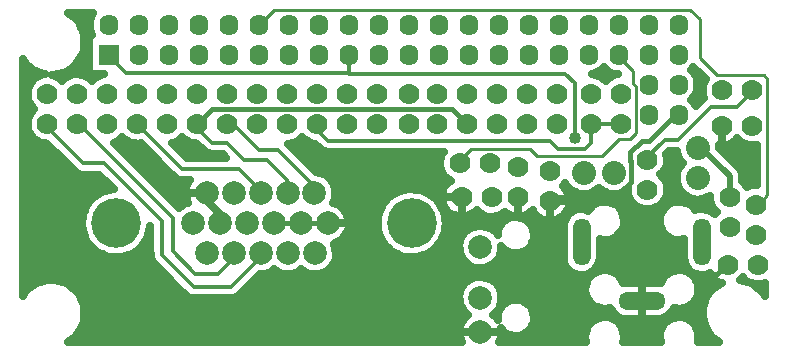
<source format=gbl>
G04 DipTrace 2.4.0.2*
%INAV_Bottom.GBL*%
%MOIN*%
%ADD14C,0.01*%
%ADD15C,0.0197*%
%ADD16C,0.0157*%
%ADD17C,0.0138*%
%ADD18C,0.026*%
%ADD19C,0.025*%
%ADD20C,0.08*%
%ADD21C,0.07*%
%ADD22C,0.0787*%
%ADD23C,0.1654*%
%ADD24C,0.0787*%
%ADD25O,0.0591X0.1575*%
%ADD26O,0.1575X0.0591*%
%ADD27R,0.0709X0.0709*%
%ADD28O,0.063X0.0709*%
%ADD29C,0.04*%
%FSLAX44Y44*%
G04*
G70*
G90*
G75*
G01*
%LNBottom*%
%LPD*%
X12392Y18942D2*
D17*
X12267D1*
X13579Y17630D1*
X14267D1*
X16204Y15692D1*
Y14567D1*
X17267Y13505D1*
X18517D1*
X19642Y14630D1*
X19508D1*
X13392Y18942D2*
X13454D1*
X16579Y15817D1*
Y14692D1*
X17329Y13942D1*
X18079D1*
X18767Y14630D1*
X18606D1*
X32394Y17755D2*
X32268Y17630D1*
X32186D1*
X32971Y18415D1*
X33428D1*
X34519Y19505D1*
X35394D1*
X35894Y20005D1*
Y20068D1*
X14437Y21255D2*
Y21203D1*
X15011Y20630D1*
X22454D1*
Y21255D1*
X22437D1*
X22454D2*
Y20613D1*
X29658D1*
X29965Y20307D1*
Y18467D1*
X21744Y15630D2*
D16*
X20847D1*
X19949D1*
X35082Y14255D2*
X35019D1*
X34394Y13630D1*
X34082D1*
X33582Y14130D1*
X30706D1*
X30144Y13567D1*
X29519D1*
X29081Y14005D1*
Y16318D1*
X29144Y16380D1*
X33437Y19255D2*
X33327D1*
X32453Y18380D1*
X32206D1*
X31831Y18005D1*
Y17692D1*
X31843Y17704D1*
Y17018D1*
X31329Y16505D1*
X29269D1*
X29144Y16380D1*
X18154Y15630D2*
D18*
Y15932D1*
X17456Y16630D1*
X17705D1*
X34082Y18130D2*
D15*
Y18255D1*
X35144Y17193D1*
Y16505D1*
X36019Y16255D2*
D14*
X36082D1*
X36394Y16568D1*
Y20443D1*
X36269Y20568D1*
X34707D1*
X34142Y21133D1*
Y22442D1*
X33829Y22755D1*
X19937D1*
X19437Y22255D1*
X26143Y17630D2*
X26206D1*
X26143Y17693D1*
Y17744D1*
X26500Y18101D1*
X28485D1*
X28706Y17880D1*
X30894D1*
X31456Y18442D1*
X31817D1*
X32008Y18633D1*
Y20203D1*
X31929Y20282D1*
Y20703D1*
X31378Y21255D1*
X31437D1*
X15392Y18942D2*
D17*
X16891Y17443D1*
X18768D1*
X19580Y16630D1*
X19500D1*
X17392Y18942D2*
D16*
X17892Y19442D1*
X25892D1*
X26392Y18942D1*
X17392D2*
D17*
Y18819D1*
X17892Y18318D1*
X18392D1*
X18955Y17755D1*
X19705D1*
X20393Y17068D1*
Y16635D1*
X20398Y16630D1*
X18392Y18942D2*
Y19131D1*
X19455Y18068D1*
X20080D1*
X21268Y16880D1*
Y16630D1*
X21295D1*
X31517Y18942D2*
X30704D1*
X30517Y18755D1*
Y18316D1*
X30302Y18101D1*
X29423D1*
X29136Y18388D1*
X21758D1*
X21392Y18755D1*
Y18942D1*
D29*
X29965Y18467D3*
X13294Y22507D2*
D19*
X13826D1*
X13497Y22259D2*
X13791D1*
X13606Y22010D2*
X13826D1*
X13653Y21761D2*
X13751D1*
X13641Y21512D2*
X13748D1*
X13571Y21264D2*
X13751D1*
X13426Y21015D2*
X13751D1*
X11591Y20766D2*
X11876D1*
X13165D2*
X13751D1*
X30895D2*
X30979D1*
X33895D2*
X33979D1*
X11591Y20518D2*
X12048D1*
X12735D2*
X13048D1*
X13735D2*
X14048D1*
X30860D2*
X31173D1*
X34044D2*
X34224D1*
X11591Y20269D2*
X11794D1*
X34087D2*
X34244D1*
X11591Y20020D2*
X11712D1*
X34055D2*
X34212D1*
X11591Y19772D2*
X11732D1*
X33899D2*
X34228D1*
X11591Y19523D2*
X11861D1*
X11591Y19274D2*
X11798D1*
X11591Y19026D2*
X11712D1*
X11591Y18777D2*
X11728D1*
X11591Y18528D2*
X11857D1*
X11591Y18280D2*
X12373D1*
X14676D2*
X15498D1*
X16614D2*
X17373D1*
X20426D2*
X21310D1*
X35188D2*
X35599D1*
X11591Y18031D2*
X12619D1*
X14923D2*
X15744D1*
X16860D2*
X17623D1*
X20676D2*
X21615D1*
X33145D2*
X33357D1*
X34907D2*
X36013D1*
X11591Y17782D2*
X12869D1*
X15173D2*
X15994D1*
X20923D2*
X25478D1*
X33075D2*
X33439D1*
X35153D2*
X36013D1*
X11591Y17533D2*
X13119D1*
X15423D2*
X16244D1*
X21173D2*
X25466D1*
X33040D2*
X33474D1*
X35403D2*
X36013D1*
X11591Y17285D2*
X13400D1*
X15669D2*
X16490D1*
X21571D2*
X25560D1*
X32880D2*
X33365D1*
X35567D2*
X36013D1*
X11591Y17036D2*
X14302D1*
X15919D2*
X17107D1*
X21891D2*
X25791D1*
X33012D2*
X33353D1*
X35575D2*
X36013D1*
X11591Y16787D2*
X14552D1*
X16169D2*
X16998D1*
X22005D2*
X25587D1*
X29684D2*
X29770D1*
X33075D2*
X33439D1*
X11591Y16539D2*
X13986D1*
X16415D2*
X16986D1*
X22016D2*
X23826D1*
X25235D2*
X25525D1*
X29805D2*
X31748D1*
X33040D2*
X33669D1*
X11591Y16290D2*
X13740D1*
X16665D2*
X16990D1*
X22009D2*
X23584D1*
X25481D2*
X25559D1*
X29821D2*
X30662D1*
X31282D2*
X31904D1*
X32884D2*
X33142D1*
X33762D2*
X34498D1*
X11591Y16041D2*
X13607D1*
X22337D2*
X23451D1*
X25614D2*
X25710D1*
X29731D2*
X29918D1*
X31551D2*
X32876D1*
X34505D2*
X34655D1*
X11591Y15793D2*
X13541D1*
X22454D2*
X23384D1*
X25680D2*
X27759D1*
X28262D2*
X28822D1*
X29466D2*
X29654D1*
X31634D2*
X32791D1*
X11591Y15544D2*
X13533D1*
X22466D2*
X23376D1*
X25688D2*
X27470D1*
X28551D2*
X29580D1*
X31618D2*
X32806D1*
X11591Y15295D2*
X13580D1*
X22387D2*
X23423D1*
X25641D2*
X26271D1*
X28634D2*
X29576D1*
X31485D2*
X32939D1*
X11591Y15047D2*
X13689D1*
X15688D2*
X15802D1*
X22161D2*
X23533D1*
X25532D2*
X26134D1*
X28610D2*
X29576D1*
X30833D2*
X33591D1*
X11591Y14798D2*
X13892D1*
X15485D2*
X15802D1*
X22016D2*
X23736D1*
X25329D2*
X26103D1*
X28454D2*
X29576D1*
X30833D2*
X33591D1*
X11591Y14549D2*
X14318D1*
X15059D2*
X15802D1*
X22032D2*
X24162D1*
X24903D2*
X26166D1*
X27493D2*
X29576D1*
X30833D2*
X33591D1*
X11591Y14300D2*
X15912D1*
X21958D2*
X26353D1*
X27305D2*
X29615D1*
X30794D2*
X33630D1*
X11591Y14052D2*
X16162D1*
X21735D2*
X29791D1*
X30618D2*
X30786D1*
X31157D2*
X33267D1*
X33637D2*
X33806D1*
X11591Y13803D2*
X16412D1*
X19372D2*
X26556D1*
X27102D2*
X30423D1*
X31520D2*
X32904D1*
X34001D2*
X34580D1*
X11591Y13554D2*
X11876D1*
X13165D2*
X16658D1*
X19126D2*
X26232D1*
X27426D2*
X30318D1*
X34106D2*
X34709D1*
X35997D2*
X36283D1*
X13426Y13306D2*
X16908D1*
X18876D2*
X26123D1*
X27536D2*
X30318D1*
X34106D2*
X34447D1*
X13571Y13057D2*
X26107D1*
X27551D2*
X27818D1*
X28200D2*
X30423D1*
X34001D2*
X34302D1*
X13641Y12808D2*
X26189D1*
X28540D2*
X30783D1*
X33641D2*
X34232D1*
X13653Y12560D2*
X26376D1*
X27282D2*
X27389D1*
X28634D2*
X31326D1*
X33098D2*
X34220D1*
X13606Y12311D2*
X26173D1*
X28614D2*
X30494D1*
X31450D2*
X32974D1*
X33930D2*
X34267D1*
X13497Y12062D2*
X26103D1*
X28473D2*
X30337D1*
X31606D2*
X32818D1*
X34087D2*
X34376D1*
X13294Y11814D2*
X26130D1*
X27528D2*
X30306D1*
X31637D2*
X32787D1*
X34118D2*
X34580D1*
X33583Y17631D2*
X33527Y17690D1*
X33458Y17794D1*
X33409Y17909D1*
X33380Y18035D1*
X33128Y18037D1*
X33025Y17935D1*
X33052Y17766D1*
X33040Y17631D1*
X33005Y17511D1*
X32948Y17400D1*
X32871Y17302D1*
X32821Y17258D1*
X32942Y17119D1*
X33001Y17009D1*
X33038Y16890D1*
X33052Y16755D1*
X33040Y16631D1*
X33005Y16511D1*
X32948Y16400D1*
X32871Y16302D1*
X32777Y16220D1*
X32669Y16157D1*
X32551Y16116D1*
X32428Y16098D1*
X32303Y16103D1*
X32182Y16132D1*
X32068Y16183D1*
X31966Y16255D1*
X31879Y16345D1*
X31811Y16449D1*
X31764Y16565D1*
X31739Y16687D1*
X31738Y16793D1*
X31614Y16700D1*
X31500Y16648D1*
X31379Y16618D1*
X31254Y16609D1*
X31130Y16622D1*
X31010Y16657D1*
X30898Y16712D1*
X30768Y16817D1*
X30717Y16770D1*
X30614Y16700D1*
X30500Y16648D1*
X30379Y16618D1*
X30254Y16609D1*
X30130Y16622D1*
X30010Y16657D1*
X29898Y16712D1*
X29798Y16786D1*
X29712Y16877D1*
X29654Y16965D1*
X29571Y16883D1*
X29663Y16785D1*
X29730Y16679D1*
X29776Y16563D1*
X29799Y16441D1*
X29798Y16305D1*
X29772Y16183D1*
X29723Y16068D1*
X29654Y15964D1*
X29566Y15875D1*
X29463Y15805D1*
X29349Y15755D1*
X29227Y15727D1*
X29103Y15723D1*
X28979Y15743D1*
X28862Y15785D1*
X28755Y15849D1*
X28661Y15932D1*
X28586Y16031D1*
X28568Y16061D1*
X28464Y15970D1*
X28356Y15907D1*
X28238Y15866D1*
X28115Y15848D1*
X27990Y15853D1*
X27869Y15882D1*
X27755Y15933D1*
X27643Y16014D1*
X27589Y15970D1*
X27481Y15907D1*
X27363Y15866D1*
X27240Y15848D1*
X27115Y15853D1*
X26994Y15882D1*
X26880Y15933D1*
X26778Y16005D1*
X26705Y16081D1*
X26666Y16034D1*
X26568Y15956D1*
X26458Y15897D1*
X26339Y15860D1*
X26215Y15847D1*
X26090Y15857D1*
X25970Y15891D1*
X25858Y15946D1*
X25759Y16022D1*
X25676Y16115D1*
X25612Y16222D1*
X25569Y16339D1*
X25549Y16462D1*
X25553Y16587D1*
X25580Y16709D1*
X25630Y16823D1*
X25700Y16926D1*
X25789Y17014D1*
X25836Y17049D1*
X25715Y17130D1*
X25629Y17220D1*
X25560Y17325D1*
X25513Y17440D1*
X25489Y17562D1*
X25488Y17687D1*
X25510Y17810D1*
X25556Y17926D1*
X25607Y18009D1*
X23636Y18011D1*
X21758D1*
X21635Y18032D1*
X21537Y18083D1*
X21328Y18285D1*
X21180Y18319D1*
X21066Y18370D1*
X20964Y18442D1*
X20891Y18518D1*
X20775Y18407D1*
X20667Y18344D1*
X20549Y18303D1*
X20398Y18286D1*
X21349Y17332D1*
X21485Y17306D1*
X21602Y17261D1*
X21709Y17197D1*
X21803Y17115D1*
X21881Y17017D1*
X21940Y16907D1*
X21979Y16789D1*
X21997Y16630D1*
X21986Y16506D1*
X21953Y16385D1*
X21918Y16311D1*
X22051Y16261D1*
X22158Y16197D1*
X22252Y16115D1*
X22330Y16017D1*
X22389Y15907D1*
X22428Y15789D1*
X22445Y15665D1*
X22439Y15530D1*
X22410Y15409D1*
X22361Y15294D1*
X22292Y15190D1*
X22205Y15100D1*
X22104Y15027D1*
X21991Y14973D1*
X21934Y14954D1*
X21995Y14789D1*
X22013Y14630D1*
X22002Y14506D1*
X21969Y14385D1*
X21915Y14273D1*
X21842Y14171D1*
X21753Y14084D1*
X21649Y14015D1*
X21535Y13965D1*
X21413Y13935D1*
X21289Y13928D1*
X21165Y13943D1*
X21046Y13980D1*
X20935Y14038D1*
X20864Y14092D1*
X20748Y14015D1*
X20633Y13965D1*
X20512Y13935D1*
X20387Y13928D1*
X20263Y13943D1*
X20144Y13980D1*
X20033Y14038D1*
X19962Y14092D1*
X19846Y14015D1*
X19732Y13965D1*
X19610Y13935D1*
X19474Y13930D1*
X18783Y13238D1*
X18682Y13166D1*
X18576Y13132D1*
X18267Y13127D1*
X17267D1*
X17144Y13148D1*
X17045Y13199D1*
X16823Y13415D1*
X15938Y14300D1*
X15865Y14402D1*
X15832Y14508D1*
X15827Y14817D1*
Y15540D1*
X15797Y15382D1*
X15763Y15262D1*
X15716Y15146D1*
X15656Y15036D1*
X15585Y14933D1*
X15503Y14839D1*
X15411Y14754D1*
X15311Y14680D1*
X15203Y14618D1*
X15088Y14567D1*
X14969Y14530D1*
X14847Y14506D1*
X14722Y14495D1*
X14597Y14499D1*
X14473Y14516D1*
X14352Y14546D1*
X14235Y14590D1*
X14124Y14646D1*
X14019Y14714D1*
X13922Y14793D1*
X13835Y14883D1*
X13758Y14981D1*
X13692Y15087D1*
X13639Y15200D1*
X13598Y15318D1*
X13570Y15440D1*
X13556Y15564D1*
Y15689D1*
X13569Y15813D1*
X13596Y15935D1*
X13636Y16054D1*
X13689Y16167D1*
X13754Y16274D1*
X13831Y16372D1*
X13917Y16462D1*
X14014Y16542D1*
X14118Y16611D1*
X14229Y16668D1*
X14346Y16712D1*
X14467Y16743D1*
X14602Y16761D1*
X14112Y17251D1*
X13579Y17252D1*
X13457Y17273D1*
X13358Y17324D1*
X13136Y17540D1*
X12393Y18283D1*
X12301Y18290D1*
X12180Y18319D1*
X12066Y18370D1*
X11964Y18442D1*
X11877Y18532D1*
X11809Y18636D1*
X11762Y18752D1*
X11737Y18874D1*
X11736Y18999D1*
X11759Y19122D1*
X11804Y19238D1*
X11870Y19344D1*
X11964Y19442D1*
X11877Y19532D1*
X11809Y19636D1*
X11762Y19752D1*
X11737Y19874D1*
X11736Y19999D1*
X11759Y20122D1*
X11804Y20238D1*
X11870Y20344D1*
X11956Y20435D1*
X12056Y20508D1*
X12169Y20562D1*
X12325Y20595D1*
X12147Y20642D1*
X12031Y20690D1*
X11922Y20751D1*
X11821Y20824D1*
X11729Y20908D1*
X11646Y21002D1*
X11565Y21122D1*
X11567Y13199D1*
X11660Y13335D1*
X11744Y13428D1*
X11838Y13510D1*
X11941Y13581D1*
X12051Y13640D1*
X12167Y13686D1*
X12288Y13719D1*
X12411Y13738D1*
X12536Y13743D1*
X12661Y13734D1*
X12784Y13711D1*
X12903Y13675D1*
X13018Y13625D1*
X13126Y13563D1*
X13227Y13489D1*
X13319Y13404D1*
X13400Y13309D1*
X13471Y13206D1*
X13529Y13096D1*
X13575Y12979D1*
X13607Y12859D1*
X13630Y12633D1*
X13623Y12508D1*
X13602Y12385D1*
X13568Y12265D1*
X13520Y12149D1*
X13459Y12040D1*
X13386Y11938D1*
X13303Y11845D1*
X13210Y11762D1*
X13090Y11681D1*
X25642Y11680D1*
X26208D1*
X26165Y11778D1*
X26135Y11900D1*
X26128Y12024D1*
X26142Y12148D1*
X26179Y12268D1*
X26235Y12379D1*
X26311Y12478D1*
X26403Y12562D1*
X26421Y12576D1*
X26354Y12630D1*
X26270Y12722D1*
X26204Y12828D1*
X26157Y12944D1*
X26132Y13066D1*
X26129Y13191D1*
X26148Y13314D1*
X26188Y13433D1*
X26249Y13542D1*
X26328Y13638D1*
X26423Y13719D1*
X26531Y13782D1*
X26649Y13825D1*
X26772Y13846D1*
X26896Y13845D1*
X27019Y13822D1*
X27136Y13778D1*
X27243Y13713D1*
X27337Y13631D1*
X27415Y13534D1*
X27474Y13424D1*
X27513Y13305D1*
X27531Y13146D1*
X27520Y13022D1*
X27487Y12902D1*
X27433Y12789D1*
X27360Y12688D1*
X27235Y12577D1*
X27337Y12490D1*
X27412Y12395D1*
X27407Y12456D1*
X27416Y12581D1*
X27450Y12701D1*
X27508Y12811D1*
X27587Y12907D1*
X27685Y12985D1*
X27796Y13041D1*
X27917Y13073D1*
X28041Y13080D1*
X28165Y13060D1*
X28281Y13016D1*
X28386Y12949D1*
X28475Y12862D1*
X28545Y12758D1*
X28591Y12642D1*
X28614Y12477D1*
X28601Y12353D1*
X28563Y12234D1*
X28501Y12126D1*
X28418Y12032D1*
X28318Y11958D1*
X28205Y11906D1*
X28083Y11878D1*
X27958Y11876D1*
X27836Y11899D1*
X27721Y11948D1*
X27618Y12018D1*
X27522Y12125D1*
X27531Y11980D1*
X27515Y11856D1*
X27478Y11737D1*
X27451Y11679D1*
X30357Y11680D1*
X30329Y11835D1*
X30338Y11960D1*
X30370Y12080D1*
X30425Y12193D1*
X30500Y12292D1*
X30594Y12375D1*
X30701Y12438D1*
X30819Y12479D1*
X30942Y12497D1*
X31067Y12491D1*
X31188Y12460D1*
X31301Y12407D1*
X31402Y12333D1*
X31486Y12241D1*
X31551Y12135D1*
X31594Y12018D1*
X31615Y11855D1*
X31603Y11731D1*
X31588Y11682D1*
X32767Y11680D1*
X32833D1*
X32810Y11835D1*
X32818Y11960D1*
X32850Y12080D1*
X32905Y12193D1*
X32981Y12292D1*
X33074Y12375D1*
X33182Y12438D1*
X33299Y12479D1*
X33423Y12497D1*
X33547Y12491D1*
X33669Y12460D1*
X33781Y12407D1*
X33882Y12333D1*
X33966Y12241D1*
X34031Y12135D1*
X34074Y12018D1*
X34095Y11855D1*
X34083Y11731D1*
X34068Y11682D1*
X34786Y11680D1*
X34656Y11769D1*
X34563Y11853D1*
X34481Y11947D1*
X34409Y12049D1*
X34350Y12159D1*
X34303Y12275D1*
X34269Y12395D1*
X34250Y12519D1*
X34244Y12644D1*
X34252Y12768D1*
X34274Y12891D1*
X34310Y13011D1*
X34359Y13126D1*
X34421Y13234D1*
X34494Y13335D1*
X34579Y13428D1*
X34673Y13510D1*
X34776Y13581D1*
X34870Y13632D1*
X34756Y13683D1*
X34654Y13755D1*
X34567Y13845D1*
X34499Y13949D1*
X34487Y13972D1*
X34414Y13941D1*
X34293Y13913D1*
X34168Y13911D1*
X34045Y13935D1*
X33930Y13983D1*
X33828Y14054D1*
X33742Y14144D1*
X33676Y14251D1*
X33634Y14368D1*
X33616Y14512D1*
Y15095D1*
X33462Y15070D1*
X33338Y15081D1*
X33218Y15115D1*
X33106Y15171D1*
X33008Y15248D1*
X32927Y15343D1*
X32865Y15451D1*
X32826Y15570D1*
X32810Y15694D1*
X32818Y15818D1*
X32850Y15939D1*
X32905Y16051D1*
X32981Y16150D1*
X33074Y16233D1*
X33182Y16296D1*
X33299Y16338D1*
X33423Y16355D1*
X33547Y16349D1*
X33669Y16319D1*
X33781Y16265D1*
X33882Y16191D1*
X33966Y16099D1*
X33993Y16056D1*
X34126Y16093D1*
X34251Y16099D1*
X34374Y16080D1*
X34491Y16036D1*
X34596Y15969D1*
X34638Y15928D1*
X34716Y16005D1*
X34629Y16095D1*
X34561Y16199D1*
X34514Y16315D1*
X34490Y16437D1*
X34489Y16550D1*
X34315Y16462D1*
X34194Y16431D1*
X34069Y16422D1*
X33945Y16435D1*
X33825Y16470D1*
X33713Y16525D1*
X33613Y16600D1*
X33527Y16690D1*
X33458Y16794D1*
X33409Y16909D1*
X33380Y17031D1*
X33374Y17155D1*
X33389Y17279D1*
X33426Y17398D1*
X33483Y17509D1*
X33579Y17627D1*
X34781Y18232D2*
X34790Y18126D1*
X35432Y17480D1*
X35505Y17380D1*
X35545Y17258D1*
X35551Y17068D1*
Y17025D1*
X35614Y16966D1*
X35709Y16838D1*
X35797Y16875D1*
X35918Y16905D1*
X36039Y16913D1*
X36036Y18068D1*
Y18236D1*
X35928Y18223D1*
X35803Y18228D1*
X35682Y18257D1*
X35568Y18309D1*
X35466Y18380D1*
X35393Y18456D1*
X35354Y18409D1*
X35257Y18331D1*
X35147Y18272D1*
X35027Y18236D1*
X34903Y18222D1*
X34783Y18232D1*
X17080Y16310D2*
X17033Y16428D1*
X17008Y16550D1*
X17004Y16675D1*
X17023Y16798D1*
X17064Y16916D1*
X17125Y17025D1*
X17155Y17066D1*
X16891D1*
X16768Y17086D1*
X16670Y17137D1*
X16448Y17353D1*
X15506Y18295D1*
X15426Y18285D1*
X15301Y18290D1*
X15180Y18319D1*
X15066Y18370D1*
X14964Y18442D1*
X14891Y18518D1*
X14775Y18407D1*
X14667Y18344D1*
X14604Y18322D1*
X16779Y16151D1*
X16954Y16265D1*
X17083Y16310D1*
X25660Y15505D2*
X25639Y15382D1*
X25605Y15262D1*
X25558Y15146D1*
X25499Y15036D1*
X25428Y14933D1*
X25346Y14839D1*
X25254Y14754D1*
X25153Y14680D1*
X25045Y14618D1*
X24931Y14567D1*
X24812Y14530D1*
X24689Y14506D1*
X24565Y14495D1*
X24440Y14499D1*
X24316Y14516D1*
X24195Y14546D1*
X24078Y14590D1*
X23966Y14646D1*
X23861Y14714D1*
X23765Y14793D1*
X23677Y14883D1*
X23600Y14981D1*
X23535Y15087D1*
X23481Y15200D1*
X23440Y15318D1*
X23413Y15440D1*
X23399Y15564D1*
X23398Y15689D1*
X23412Y15813D1*
X23439Y15935D1*
X23479Y16054D1*
X23532Y16167D1*
X23597Y16274D1*
X23673Y16372D1*
X23760Y16462D1*
X23856Y16542D1*
X23960Y16611D1*
X24072Y16668D1*
X24189Y16712D1*
X24310Y16743D1*
X24433Y16761D1*
X24558Y16765D1*
X24683Y16755D1*
X24805Y16731D1*
X24925Y16695D1*
X25039Y16645D1*
X25148Y16583D1*
X25249Y16510D1*
X25341Y16425D1*
X25424Y16332D1*
X25496Y16229D1*
X25556Y16120D1*
X25603Y16004D1*
X25638Y15884D1*
X25659Y15761D1*
X25667Y15630D1*
X25660Y15505D1*
X27520Y14715D2*
X27487Y14594D1*
X27433Y14482D1*
X27360Y14380D1*
X27271Y14294D1*
X27167Y14224D1*
X27053Y14174D1*
X26931Y14145D1*
X26807Y14138D1*
X26683Y14153D1*
X26564Y14189D1*
X26453Y14247D1*
X26354Y14323D1*
X26270Y14415D1*
X26204Y14521D1*
X26157Y14637D1*
X26132Y14759D1*
X26129Y14884D1*
X26148Y15007D1*
X26188Y15125D1*
X26249Y15234D1*
X26328Y15331D1*
X26423Y15412D1*
X26531Y15475D1*
X26649Y15517D1*
X26772Y15539D1*
X26896Y15538D1*
X27019Y15515D1*
X27136Y15471D1*
X27243Y15406D1*
X27337Y15324D1*
X27407Y15236D1*
X27416Y15336D1*
X27450Y15456D1*
X27508Y15567D1*
X27587Y15663D1*
X27685Y15741D1*
X27796Y15797D1*
X27917Y15829D1*
X28041Y15836D1*
X28165Y15816D1*
X28281Y15772D1*
X28386Y15705D1*
X28475Y15617D1*
X28545Y15514D1*
X28591Y15398D1*
X28614Y15233D1*
X28601Y15109D1*
X28563Y14990D1*
X28501Y14882D1*
X28418Y14788D1*
X28318Y14714D1*
X28205Y14662D1*
X28083Y14634D1*
X27958Y14632D1*
X27836Y14655D1*
X27721Y14703D1*
X27618Y14774D1*
X27530Y14868D1*
X27520Y14715D1*
X29602Y15495D2*
X29610Y15600D1*
X29644Y15720D1*
X29702Y15831D1*
X29781Y15927D1*
X29879Y16005D1*
X29990Y16061D1*
X30111Y16093D1*
X30235Y16099D1*
X30359Y16080D1*
X30428Y16054D1*
X30500Y16150D1*
X30594Y16233D1*
X30701Y16296D1*
X30819Y16338D1*
X30942Y16355D1*
X31067Y16349D1*
X31188Y16319D1*
X31301Y16265D1*
X31402Y16191D1*
X31486Y16099D1*
X31551Y15993D1*
X31594Y15876D1*
X31615Y15713D1*
X31603Y15589D1*
X31567Y15470D1*
X31509Y15359D1*
X31430Y15262D1*
X31334Y15182D1*
X31225Y15122D1*
X31106Y15084D1*
X30982Y15070D1*
X30857Y15081D1*
X30809Y15095D1*
X30804Y14512D1*
X30795Y14388D1*
X30757Y14270D1*
X30695Y14161D1*
X30612Y14068D1*
X30512Y13993D1*
X30399Y13941D1*
X30277Y13913D1*
X30152Y13911D1*
X30030Y13935D1*
X29915Y13983D1*
X29812Y14054D1*
X29726Y14144D1*
X29661Y14251D1*
X29618Y14368D1*
X29601Y14512D1*
X29605Y15497D1*
X31725Y12433D2*
X31594Y12446D1*
X31475Y12484D1*
X31367Y12547D1*
X31274Y12630D1*
X31200Y12730D1*
X31159Y12815D1*
X30982Y12787D1*
X30857Y12797D1*
X30737Y12831D1*
X30626Y12888D1*
X30528Y12965D1*
X30446Y13059D1*
X30385Y13168D1*
X30345Y13286D1*
X30329Y13410D1*
X30338Y13535D1*
X30370Y13655D1*
X30425Y13767D1*
X30500Y13867D1*
X30594Y13950D1*
X30701Y14013D1*
X30819Y14054D1*
X30942Y14072D1*
X31067Y14066D1*
X31188Y14035D1*
X31301Y13982D1*
X31402Y13908D1*
X31486Y13816D1*
X31551Y13709D1*
X31582Y13625D1*
X31730Y13639D1*
X32760Y13637D1*
X32840Y13624D1*
X32905Y13767D1*
X32981Y13867D1*
X33074Y13950D1*
X33182Y14013D1*
X33299Y14054D1*
X33423Y14072D1*
X33547Y14066D1*
X33669Y14035D1*
X33781Y13982D1*
X33882Y13908D1*
X33966Y13816D1*
X34031Y13709D1*
X34074Y13592D1*
X34095Y13430D1*
X34083Y13306D1*
X34047Y13186D1*
X33989Y13076D1*
X33910Y12979D1*
X33815Y12899D1*
X33705Y12839D1*
X33586Y12801D1*
X33462Y12787D1*
X33338Y12797D1*
X33266Y12817D1*
X33209Y12705D1*
X33130Y12609D1*
X33033Y12530D1*
X32922Y12473D1*
X32802Y12441D1*
X32679Y12433D1*
X31720D1*
X34292Y19809D2*
X34264Y19878D1*
X34240Y20000D1*
X34238Y20125D1*
X34261Y20248D1*
X34306Y20364D1*
X34346Y20427D1*
X33931Y20837D1*
X33857Y20755D1*
X33927Y20679D1*
X33994Y20574D1*
X34038Y20458D1*
X34060Y20294D1*
X34056Y20215D1*
X34048Y20091D1*
X34011Y19972D1*
X33951Y19862D1*
X33855Y19755D1*
X33927Y19679D1*
X33994Y19574D1*
X34013Y19532D1*
X34256Y19774D1*
X31019Y20369D2*
X31081Y20435D1*
X31181Y20508D1*
X31294Y20562D1*
X31419Y20593D1*
X31292Y20609D1*
X31174Y20650D1*
X31067Y20714D1*
X30975Y20797D1*
X30940Y20845D1*
X30870Y20767D1*
X30772Y20690D1*
X30661Y20634D1*
X30540Y20600D1*
X30664Y20584D1*
X30782Y20544D1*
X30891Y20484D1*
X31014Y20370D1*
X17391Y18286D2*
X17301Y18290D1*
X17180Y18319D1*
X17066Y18370D1*
X16964Y18442D1*
X16891Y18518D1*
X16775Y18407D1*
X16667Y18344D1*
X16560Y18307D1*
X17048Y17819D1*
X18356Y17820D1*
X18238Y17939D1*
X17892Y17941D1*
X17770Y17961D1*
X17671Y18012D1*
X17391Y18286D1*
X13894Y20369D2*
X13956Y20435D1*
X14056Y20508D1*
X14169Y20562D1*
X14287Y20591D1*
X13774Y20592D1*
Y21917D1*
X13888D1*
X13848Y22011D1*
X13819Y22133D1*
X13814Y22294D1*
X13815Y22336D1*
X13836Y22459D1*
X13881Y22576D1*
X13921Y22638D1*
X13093Y22641D1*
X13227Y22544D1*
X13319Y22459D1*
X13400Y22365D1*
X13471Y22261D1*
X13529Y22151D1*
X13575Y22035D1*
X13607Y21914D1*
X13630Y21688D1*
X13623Y21563D1*
X13602Y21440D1*
X13568Y21320D1*
X13520Y21204D1*
X13459Y21095D1*
X13386Y20993D1*
X13303Y20900D1*
X13210Y20817D1*
X13108Y20745D1*
X12998Y20685D1*
X12882Y20638D1*
X12762Y20604D1*
X12557Y20579D1*
X12657Y20544D1*
X12766Y20484D1*
X12889Y20370D1*
X12956Y20435D1*
X13056Y20508D1*
X13169Y20562D1*
X13290Y20592D1*
X13415Y20600D1*
X13539Y20584D1*
X13657Y20544D1*
X13766Y20484D1*
X13889Y20370D1*
X36309Y13640D2*
X36239Y13616D1*
X36116Y13598D1*
X35991Y13603D1*
X35870Y13632D1*
X35756Y13683D1*
X35654Y13755D1*
X35581Y13831D1*
X35542Y13784D1*
X35486Y13735D1*
X35618Y13711D1*
X35738Y13675D1*
X35852Y13625D1*
X35961Y13563D1*
X36061Y13489D1*
X36153Y13404D1*
X36235Y13309D1*
X36307Y13203D1*
Y13633D1*
X28081Y16505D2*
D18*
Y15847D1*
X21744Y15630D2*
X22446D1*
X17003Y16630D2*
X17705D1*
X26128Y12005D2*
X27531D1*
X32212Y13639D2*
Y12433D1*
X34894Y18880D2*
Y18223D1*
X29144Y16380D2*
Y15722D1*
Y16380D2*
X29801D1*
X26206Y16505D2*
Y15847D1*
X25548Y16505D2*
X26206D1*
D20*
X34082Y18130D3*
Y17130D3*
X30267Y17317D3*
X31267D3*
D21*
X35144Y16505D3*
Y15505D3*
X28081Y17505D3*
Y16505D3*
D22*
X17705Y14630D3*
X18606D3*
X19508D3*
X20410D3*
X21311D3*
X18154Y15630D3*
X19051D3*
X19949D3*
X20847D3*
X21744D3*
X17705Y16630D3*
X18603D3*
X19500D3*
X20398D3*
X21295D3*
D23*
X14689Y15630D3*
X24532D3*
D22*
X17252D3*
D24*
X26829Y12005D3*
Y13146D3*
Y14839D3*
D25*
X30204Y15005D3*
D26*
X32212Y13036D3*
D25*
X34220Y15005D3*
D21*
X34894Y20068D3*
X35894D3*
X34894Y18880D3*
X35894D3*
X32394Y16755D3*
Y17755D3*
X29144Y16380D3*
Y17380D3*
X21392Y18942D3*
Y19942D3*
X20392Y18942D3*
Y19942D3*
X18392Y18942D3*
Y19942D3*
X19392Y18942D3*
Y19942D3*
X31517Y18942D3*
Y19942D3*
X30517Y18942D3*
Y19942D3*
X17392Y18942D3*
Y19942D3*
X29392Y18942D3*
Y19942D3*
X16392Y18942D3*
Y19942D3*
X14392Y18942D3*
Y19942D3*
X28392Y18942D3*
Y19942D3*
X26392Y18942D3*
Y19942D3*
X22392Y18942D3*
Y19942D3*
X23392Y18942D3*
Y19942D3*
X24456Y18943D3*
Y19943D3*
X27392Y18942D3*
Y19942D3*
X25392Y18942D3*
Y19942D3*
X15392Y18942D3*
Y19942D3*
X13392Y18942D3*
Y19942D3*
X12392Y18942D3*
Y19942D3*
X36019Y15255D3*
Y16255D3*
X27143Y17630D3*
X26143D3*
X36082Y14255D3*
X35082D3*
X27206Y16505D3*
X26206D3*
D27*
X14437Y21255D3*
D28*
X15437D3*
X16437D3*
X17437D3*
X18437D3*
X19437D3*
X20437D3*
X21437D3*
X22437D3*
X23437D3*
X24437D3*
X25437D3*
X26437D3*
X27437D3*
X28437D3*
X29437D3*
X30437D3*
X31437D3*
X32437D3*
X33437D3*
Y22255D3*
X32437D3*
X31437D3*
X30437D3*
X29437D3*
X28437D3*
X27437D3*
X26437D3*
X25437D3*
X24437D3*
X23437D3*
X22437D3*
X21437D3*
X20437D3*
X19437D3*
X18437D3*
X17437D3*
X16437D3*
X15437D3*
X14437D3*
X32437Y20255D3*
X33437D3*
X32437Y19255D3*
X33437D3*
M02*

</source>
